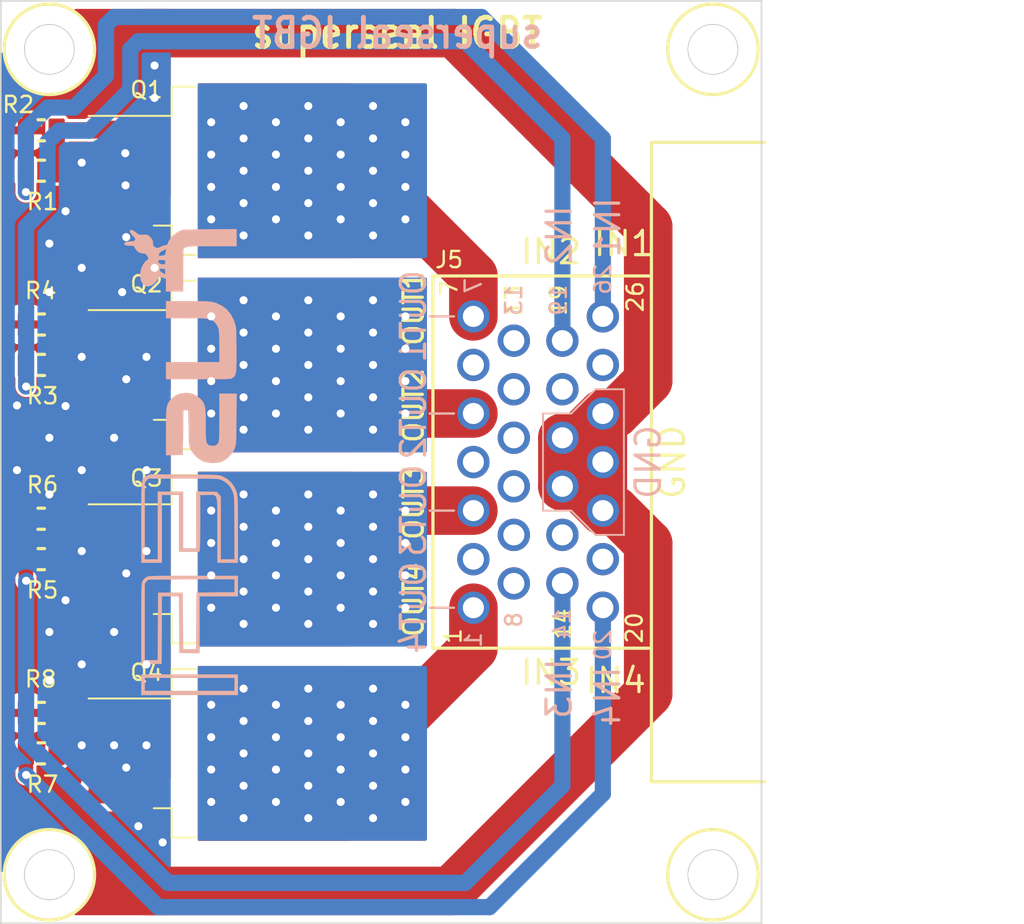
<source format=kicad_pcb>
(kicad_pcb (version 20240108) (generator "pcbnew") (generator_version "8.0")
  (title_block (title "DDPAK breakout") (rev "R0.2") (company "rusEFI"))
  (layers (0 "F.Cu" signal) (31 "B.Cu" signal) (34 "B.Paste" user) (35 "F.Paste" user) (36 "B.SilkS" user "B.Silkscreen") (37 "F.SilkS" user "F.Silkscreen") (38 "B.Mask" user) (39 "F.Mask" user) (44 "Edge.Cuts" user))
  (net 0 "")
  (net 1 "/IN1")
  (net 2 "/IN2")
  (net 3 "/IN3")
  (net 4 "/IN4")
  (net 5 "/OUT1")
  (net 6 "/OUT2")
  (net 7 "/OUT3")
  (net 8 "/OUT4")
  (net 9 "/CH1")
  (net 10 "GND")
  (net 11 "/CH2")
  (net 12 "/CH3")
  (net 13 "/CH4")
  (footprint "hellen-one-common:R0805" (layer "F.Cu") (at 195.5 105)
    (property "Reference" "R2" (at -2.5 -1 0) (layer "F.SilkS") (effects (justify left bottom)))
    (property "Value" "100k" (hide yes))
    (pad "1" smd roundrect (at -0.950001 0) (size 1.000001 1.45) (layers "F.Cu" "F.Paste" "F.Mask") (roundrect_rratio 0.0999999) (net 10 "GND"))
    (pad "2" smd roundrect (at 0.950021 0) (size 1.000001 1.45) (layers "F.Cu" "F.Paste" "F.Mask") (roundrect_rratio 0.0999999) (net 9 "/CH1"))
  )
  (footprint "Package_TO_SOT_SMD:TO-263-2" (layer "F.Cu") (at 206.5 107.5)
    (property "Reference" "Q1" (at -4.5 -5 0) (layer "F.SilkS"))
    (property "Value" "ISL9V3040D3S")
    (pad "1" smd rect (at -5.775 -2.54) (size 4.6 1.1) (layers "F.Cu" "F.Paste" "F.Mask") (net 9 "/CH1"))
    (pad "2" smd rect (at 3.375 0) (size 9.4 10.8) (layers "F.Cu" "F.Mask") (net 5 "/OUT1"))
    (pad "3" smd rect (at -5.775 2.54) (size 4.6 1.1) (layers "F.Cu" "F.Paste" "F.Mask") (net 10 "GND"))
  )
  (footprint "hellen-one-common:R0805" (layer "F.Cu") (at 195.5 107.5 180)
    (property "Reference" "R1" (at 1 -2.5 0) (layer "F.SilkS") (effects (justify left bottom)))
    (property "Value" "1k" (hide yes))
    (pad "1" smd roundrect (at -0.950001 0 180) (size 1.000001 1.45) (layers "F.Cu" "F.Paste" "F.Mask") (roundrect_rratio 0.0999999) (net 9 "/CH1"))
    (pad "2" smd roundrect (at 0.950021 0 180) (size 1.000001 1.45) (layers "F.Cu" "F.Paste" "F.Mask") (roundrect_rratio 0.0999999) (net 1 "/IN1"))
  )
  (footprint "Connectors:6473423-1" (layer "F.Cu") (at 236.7 125.5 90)
    (property "Reference" "J5" (at 12.5 -16 0) (layer "F.SilkS"))
    (property "Value" "6473423-1")
    (fp_text user "14" (at -10 -9 90) (layer "B.SilkS") (effects (justify mirror)))
    (fp_text user "20" (at -11.300001 -6.5 90) (layer "B.SilkS") (effects (justify mirror)))
    (fp_text user "8" (at -9.75 -11.999999 90) (layer "B.SilkS") (effects (justify mirror)))
    (fp_text user "1" (at -11 -14.5 90) (layer "B.SilkS") (effects (justify mirror)))
    (fp_text user "19" (at 10 -9.25 90) (layer "B.SilkS") (effects (justify mirror)))
    (fp_text user "26" (at 11.300001 -6.5 90) (layer "B.SilkS") (effects (justify mirror)))
    (fp_text user "7" (at 10.9 -14.5 90) (layer "B.SilkS") (effects (justify mirror)))
    (fp_text user "13" (at 10 -12 90) (layer "B.SilkS") (effects (justify mirror)))
    (fp_text user "14" (at -10 -9 90) (layer "F.SilkS"))
    (fp_text user "1" (at -10.75 -15.75 90) (layer "F.SilkS"))
    (fp_text user "20" (at -10.25 -4.553234 90) (layer "F.SilkS"))
    (fp_text user "26" (at 10.213754 -4.5 90) (layer "F.SilkS"))
    (fp_text user "19" (at 10 -9.25 90) (layer "F.SilkS"))
    (fp_text user "8" (at -9.75 -11.999999 90) (layer "F.SilkS"))
    (fp_text user "7" (at 10.749999 -16 90) (layer "F.SilkS"))
    (fp_text user "13" (at 10 -12 90) (layer "F.SilkS"))
    (pad "" np_thru_hole circle (at -16.25 0 90) (size 3.3 3.3) (drill 3.3) (layers "F&B.Cu" "*.Mask"))
    (pad "" np_thru_hole circle (at 16.25 0 90) (size 3.3 3.3) (drill 3.3) (layers "F&B.Cu" "*.Mask"))
    (pad "1" thru_hole circle (at -9 -14.5) (size 2 2) (drill 1.3) (layers "*.Cu" "*.Mask") (net 8 "/OUT4"))
    (pad "2" thru_hole circle (at -6 -14.5 90) (size 2 2) (drill 1.3) (layers "*.Cu" "*.Mask"))
    (pad "3" thru_hole circle (at -3 -14.5 90) (size 2 2) (drill 1.3) (layers "*.Cu" "*.Mask") (net 7 "/OUT3"))
    (pad "4" thru_hole circle (at 0 -14.5 90) (size 2 2) (drill 1.3) (layers "*.Cu" "*.Mask"))
    (pad "5" thru_hole circle (at 3 -14.5) (size 2 2) (drill 1.3) (layers "*.Cu" "*.Mask") (net 6 "/OUT2"))
    (pad "6" thru_hole circle (at 6 -14.5 90) (size 2 2) (drill 1.3) (layers "*.Cu" "*.Mask"))
    (pad "7" thru_hole circle (at 9 -14.5 90) (size 2 2) (drill 1.3) (layers "*.Cu" "*.Mask") (net 5 "/OUT1"))
    (pad "8" thru_hole circle (at -7.499999 -12) (size 2 2) (drill 1.3) (layers "*.Cu" "*.Mask"))
    (pad "9" thru_hole circle (at -4.5 -12 90) (size 2 2) (drill 1.3) (layers "*.Cu" "*.Mask"))
    (pad "10" thru_hole circle (at -1.5 -12 90) (size 2 2) (drill 1.3) (layers "*.Cu" "*.Mask"))
    (pad "11" thru_hole circle (at 1.5 -12 90) (size 2 2) (drill 1.3) (layers "*.Cu" "*.Mask"))
    (pad "12" thru_hole circle (at 4.5 -12) (size 2 2) (drill 1.3) (layers "*.Cu" "*.Mask"))
    (pad "13" thru_hole circle (at 7.499999 -12 90) (size 2 2) (drill 1.3) (layers "*.Cu" "*.Mask"))
    (pad "14" thru_hole circle (at -7.5 -9) (size 2 2) (drill 1.3) (layers "*.Cu" "*.Mask") (net 3 "/IN3"))
    (pad "15" thru_hole circle (at -4.5 -9.000001 90) (size 2 2) (drill 1.3) (layers "*.Cu" "*.Mask"))
    (pad "16" thru_hole circle (at -1.5 -9 90) (size 2 2) (drill 1.3) (layers "*.Cu" "*.Mask") (net 10 "GND"))
    (pad "17" thru_hole circle (at 1.5 -9 90) (size 2 2) (drill 1.3) (layers "*.Cu" "*.Mask") (net 10 "GND"))
    (pad "18" thru_hole circle (at 4.5 -9.000001) (size 2 2) (drill 1.3) (layers "*.Cu" "*.Mask"))
    (pad "19" thru_hole circle (at 7.5 -9 90) (size 2 2) (drill 1.3) (layers "*.Cu" "*.Mask") (net 2 "/IN2"))
    (pad "20" thru_hole circle (at -9 -6.5) (size 2 2) (drill 1.3) (layers "*.Cu" "*.Mask") (net 4 "/IN4"))
    (pad "21" thru_hole circle (at -6 -6.5 90) (size 2 2) (drill 1.3) (layers "*.Cu" "*.Mask"))
    (pad "22" thru_hole circle (at -3 -6.5 90) (size 2 2) (drill 1.3) (layers "*.Cu" "*.Mask") (net 10 "GND"))
    (pad "23" thru_hole circle (at 0 -6.5 90) (size 2 2) (drill 1.3) (layers "*.Cu" "*.Mask") (net 10 "GND"))
    (pad "24" thru_hole circle (at 3 -6.5) (size 2 2) (drill 1.3) (layers "*.Cu" "*.Mask") (net 10 "GND"))
    (pad "25" thru_hole circle (at 6 -6.5 90) (size 2 2) (drill 1.3) (layers "*.Cu" "*.Mask"))
    (pad "26" thru_hole circle (at 9 -6.5 90) (size 2 2) (drill 1.3) (layers "*.Cu" "*.Mask") (net 1 "/IN1"))
  )
  (footprint "MountingHole:MountingHole_5mm" (layer "F.Cu") (at 196 100)
    (property "Reference" "J1" (hide yes))
    (property "Value" "Conn_01x01" (hide yes))
    (pad "" np_thru_hole circle (at 0 0) (size 3 3) (drill 3) (layers "F&B.Cu" "*.Mask"))
  )
  (footprint "Package_TO_SOT_SMD:TO-263-2" (layer "F.Cu") (at 206.5 143.5)
    (property "Reference" "Q4" (at -4.5 -5 0) (layer "F.SilkS"))
    (property "Value" "ISL9V3040D3S")
    (pad "1" smd rect (at -5.775 -2.54) (size 4.6 1.1) (layers "F.Cu" "F.Paste" "F.Mask") (net 13 "/CH4"))
    (pad "2" smd rect (at 3.375 0) (size 9.4 10.8) (layers "F.Cu" "F.Mask") (net 8 "/OUT4"))
    (pad "3" smd rect (at -5.775 2.54) (size 4.6 1.1) (layers "F.Cu" "F.Paste" "F.Mask") (net 10 "GND"))
  )
  (footprint "hellen-one-common:R0805" (layer "F.Cu") (at 195.5 117)
    (property "Reference" "R4" (at -1.113674 -1.5 0) (layer "F.SilkS") (effects (justify left bottom)))
    (property "Value" "100k" (hide yes))
    (pad "1" smd roundrect (at -0.950001 0) (size 1.000001 1.45) (layers "F.Cu" "F.Paste" "F.Mask") (roundrect_rratio 0.0999999) (net 10 "GND"))
    (pad "2" smd roundrect (at 0.950021 0) (size 1.000001 1.45) (layers "F.Cu" "F.Paste" "F.Mask") (roundrect_rratio 0.0999999) (net 11 "/CH2"))
  )
  (footprint "hellen-one-common:R0805" (layer "F.Cu") (at 195.5 131.5 180)
    (property "Reference" "R5" (at 1 -2.5 0) (layer "F.SilkS") (effects (justify left bottom)))
    (property "Value" "1k" (hide yes))
    (pad "1" smd roundrect (at -0.950001 0 180) (size 1.000001 1.45) (layers "F.Cu" "F.Paste" "F.Mask") (roundrect_rratio 0.0999999) (net 12 "/CH3"))
    (pad "2" smd roundrect (at 0.950021 0 180) (size 1.000001 1.45) (layers "F.Cu" "F.Paste" "F.Mask") (roundrect_rratio 0.0999999) (net 3 "/IN3"))
  )
  (footprint "hellen-one-common:R0805" (layer "F.Cu") (at 195.5 143.5 180)
    (property "Reference" "R7" (at 1 -2.5 0) (layer "F.SilkS") (effects (justify left bottom)))
    (property "Value" "1k" (hide yes))
    (pad "1" smd roundrect (at -0.950001 0 180) (size 1.000001 1.45) (layers "F.Cu" "F.Paste" "F.Mask") (roundrect_rratio 0.0999999) (net 13 "/CH4"))
    (pad "2" smd roundrect (at 0.950021 0 180) (size 1.000001 1.45) (layers "F.Cu" "F.Paste" "F.Mask") (roundrect_rratio 0.0999999) (net 4 "/IN4"))
  )
  (footprint "hellen-one-common:R0805" (layer "F.Cu") (at 195.5 141)
    (property "Reference" "R8" (at -1.113674 -1.5 0) (layer "F.SilkS") (effects (justify left bottom)))
    (property "Value" "100k" (hide yes))
    (pad "1" smd roundrect (at -0.950001 0) (size 1.000001 1.45) (layers "F.Cu" "F.Paste" "F.Mask") (roundrect_rratio 0.0999999) (net 10 "GND"))
    (pad "2" smd roundrect (at 0.950021 0) (size 1.000001 1.45) (layers "F.Cu" "F.Paste" "F.Mask") (roundrect_rratio 0.0999999) (net 13 "/CH4"))
  )
  (footprint "MountingHole:MountingHole_5mm" (layer "F.Cu") (at 196 151)
    (property "Reference" "J2" (hide yes))
    (property "Value" "Conn_01x01" (hide yes))
    (pad "" np_thru_hole circle (at 0 0) (size 3 3) (drill 3) (layers "F&B.Cu" "*.Mask"))
  )
  (footprint "MountingHole:MountingHole_5mm" (layer "F.Cu") (at 237 151)
    (property "Reference" "J4" (hide yes))
    (property "Value" "Conn_01x01" (hide yes))
    (pad "" np_thru_hole circle (at 0 0) (size 3 3) (drill 3) (layers "F&B.Cu" "*.Mask"))
  )
  (footprint "Package_TO_SOT_SMD:TO-263-2" (layer "F.Cu") (at 206.5 131.5)
    (property "Reference" "Q3" (at -4.5 -5 0) (layer "F.SilkS"))
    (property "Value" "ISL9V3040D3S")
    (pad "1" smd rect (at -5.775 -2.54) (size 4.6 1.1) (layers "F.Cu" "F.Paste" "F.Mask") (net 12 "/CH3"))
    (pad "2" smd rect (at 3.375 0) (size 9.4 10.8) (layers "F.Cu" "F.Mask") (net 7 "/OUT3"))
    (pad "3" smd rect (at -5.775 2.54) (size 4.6 1.1) (layers "F.Cu" "F.Paste" "F.Mask") (net 10 "GND"))
  )
  (footprint "hellen-one-common:R0805" (layer "F.Cu") (at 195.5 129)
    (property "Reference" "R6" (at -1 -1.5 0) (layer "F.SilkS") (effects (justify left bottom)))
    (property "Value" "100k" (hide yes))
    (pad "1" smd roundrect (at -0.950001 0) (size 1.000001 1.45) (layers "F.Cu" "F.Paste" "F.Mask") (roundrect_rratio 0.0999999) (net 10 "GND"))
    (pad "2" smd roundrect (at 0.950021 0) (size 1.000001 1.45) (layers "F.Cu" "F.Paste" "F.Mask") (roundrect_rratio 0.0999999) (net 12 "/CH3"))
  )
  (footprint "hellen-one-common:R0805" (layer "F.Cu") (at 195.5 119.5 180)
    (property "Reference" "R3" (at 1 -2.5 0) (layer "F.SilkS") (effects (justify left bottom)))
    (property "Value" "1k" (hide yes))
    (pad "1" smd roundrect (at -0.950001 0 180) (size 1.000001 1.45) (layers "F.Cu" "F.Paste" "F.Mask") (roundrect_rratio 0.0999999) (net 11 "/CH2"))
    (pad "2" smd roundrect (at 0.950021 0 180) (size 1.000001 1.45) (layers "F.Cu" "F.Paste" "F.Mask") (roundrect_rratio 0.0999999) (net 2 "/IN2"))
  )
  (footprint "MountingHole:MountingHole_5mm" (layer "F.Cu") (at 237 100)
    (property "Reference" "J3" (hide yes))
    (property "Value" "Conn_01x01" (hide yes))
    (pad "" np_thru_hole circle (at 0 0) (size 3 3) (drill 3) (layers "F&B.Cu" "*.Mask"))
  )
  (footprint "Package_TO_SOT_SMD:TO-263-2" (layer "F.Cu") (at 206.5 119.5)
    (property "Reference" "Q2" (at -4.5 -5 0) (layer "F.SilkS"))
    (property "Value" "ISL9V3040D3S")
    (pad "1" smd rect (at -5.775 -2.54) (size 4.6 1.1) (layers "F.Cu" "F.Paste" "F.Mask") (net 11 "/CH2"))
    (pad "2" smd rect (at 3.375 0) (size 9.4 10.8) (layers "F.Cu" "F.Mask") (net 6 "/OUT2"))
    (pad "3" smd rect (at -5.775 2.54) (size 4.6 1.1) (layers "F.Cu" "F.Paste" "F.Mask") (net 10 "GND"))
  )
  (footprint "rusefi_lib:mre_logo" (layer "B.Cu") (at 208.117278 119.913844 -90)
    (property "Reference" "G***" (hide yes))
    (property "Value" "LOGO" (hide yes))
  )
  (gr_line (start 221 122.5) (end 219.5 122.5) (stroke (width 0.15)) (layer "B.SilkS"))
  (gr_line (start 221 134.5) (end 219.5 134.5) (stroke (width 0.15)) (layer "B.SilkS"))
  (gr_line (start 226.5 128.5) (end 228.25 128.5) (stroke (width 0.12)) (layer "B.SilkS"))
  (gr_line (start 226.5 122.5) (end 226.5 128.5) (stroke (width 0.12)) (layer "B.SilkS"))
  (gr_line (start 229.75 130) (end 231.5 130) (stroke (width 0.12)) (layer "B.SilkS"))
  (gr_line (start 229.75 121) (end 228.25 122.5) (stroke (width 0.12)) (layer "B.SilkS"))
  (gr_line (start 231.5 121) (end 229.75 121) (stroke (width 0.12)) (layer "B.SilkS"))
  (gr_line (start 221 116.5) (end 219.5 116.5) (stroke (width 0.15)) (layer "B.SilkS"))
  (gr_line (start 228.25 128.5) (end 229.75 130) (stroke (width 0.12)) (layer "B.SilkS"))
  (gr_line (start 221 128.5) (end 219.5 128.5) (stroke (width 0.15)) (layer "B.SilkS"))
  (gr_line (start 231.5 130) (end 231.5 121) (stroke (width 0.12)) (layer "B.SilkS"))
  (gr_line (start 228.25 122.5) (end 226.5 122.5) (stroke (width 0.12)) (layer "B.SilkS"))
  (gr_circle (center 196 151) (end 198.794 151) (stroke (width 0.2)) (fill none) (layer "F.SilkS"))
  (gr_circle (center 196 100) (end 198.794 100) (stroke (width 0.2)) (fill none) (layer "F.SilkS"))
  (gr_circle (center 237 151) (end 239.794 151) (stroke (width 0.2)) (fill none) (layer "F.SilkS"))
  (gr_circle (center 237 100) (end 239.794 100) (stroke (width 0.2)) (fill none) (layer "F.SilkS"))
  (gr_line (start 193 97) (end 193 154) (stroke (width 0.1)) (layer "Edge.Cuts"))
  (gr_line (start 193 154) (end 240 154) (stroke (width 0.1)) (layer "Edge.Cuts"))
  (gr_circle (center 237 151) (end 238.524 151) (stroke (width 0.1)) (fill none) (layer "Edge.Cuts"))
  (gr_circle (center 196 151) (end 197.524 151) (stroke (width 0.1)) (fill none) (layer "Edge.Cuts"))
  (gr_circle (center 237 100) (end 238.524 100) (stroke (width 0.1)) (fill none) (layer "Edge.Cuts"))
  (gr_line (start 193 97) (end 240 97) (stroke (width 0.1)) (layer "Edge.Cuts"))
  (gr_line (start 240 97) (end 240 154) (stroke (width 0.1)) (layer "Edge.Cuts"))
  (gr_circle (center 196 100) (end 197.524 100) (stroke (width 0.1)) (fill none) (layer "Edge.Cuts"))
  (gr_text "IN1" (at 230.5 111 90) (layer "B.SilkS") (effects (font (size 1.5 1.5) (thickness 0.2)) (justify mirror)))
  (gr_text "IN3" (at 227.5 139.5 90) (layer "B.SilkS") (effects (font (size 1.5 1.5) (thickness 0.2)) (justify mirror)))
  (gr_text "OUT2" (at 218.5 122.499999 90) (layer "B.SilkS") (effects (font (size 1.5 1.5) (thickness 0.2)) (justify mirror)))
  (gr_text "IN2" (at 227.5 111.5 90) (layer "B.SilkS") (effects (font (size 1.5 1.5) (thickness 0.2)) (justify mirror)))
  (gr_text "OUT1" (at 218.5 116.5 90) (layer "B.SilkS") (effects (font (size 1.5 1.5) (thickness 0.2)) (justify mirror)))
  (gr_text "OUT4" (at 218.5 134.5 90) (layer "B.SilkS") (effects (font (size 1.5 1.5) (thickness 0.2)) (justify mirror)))
  (gr_text "OUT3" (at 218.5 128.499999 90) (layer "B.SilkS") (effects (font (size 1.5 1.5) (thickness 0.2)) (justify mirror)))
  (gr_text "superseal IGBT" (at 217.5 99 0) (layer "B.SilkS") (effects (font (size 1.8 1.6) (thickness 0.3)) (justify mirror)))
  (gr_text "GND" (at 233 125.5 90) (layer "B.SilkS") (effects (font (size 1.5 1.5) (thickness 0.2)) (justify mirror)))
  (gr_text "IN4" (at 230.5 140 90) (layer "B.SilkS") (effects (font (size 1.5 1.5) (thickness 0.2)) (justify mirror)))
  (gr_text "IN3" (at 227 138.5 0) (layer "F.SilkS") (effects (font (size 1.5 1.5) (thickness 0.2))))
  (gr_text "IN1" (at 231.5 112 0) (layer "F.SilkS") (effects (font (size 1.5 1.5) (thickness 0.2))))
  (gr_text "OUT4" (at 218.5 134.000001 90) (layer "F.SilkS") (effects (font (size 1.2 1.2) (thickness 0.2))))
  (gr_text "OUT3" (at 218.5 128 90) (layer "F.SilkS") (effects (font (size 1.2 1.2) (thickness 0.2))))
  (gr_text "superseal IGBT" (at 217.5 99 0) (layer "F.SilkS") (effects (font (size 1.8 1.6) (thickness 0.3))))
  (gr_text "GND" (at 234.5 125.5 90) (layer "F.SilkS") (effects (font (size 1.5 1.5) (thickness 0.2))))
  (gr_text "IN2" (at 227 112.5 0) (layer "F.SilkS") (effects (font (size 1.5 1.5) (thickness 0.2))))
  (gr_text "IN4" (at 231 139 0) (layer "F.SilkS") (effects (font (size 1.5 1.5) (thickness 0.2))))
  (gr_text "OUT2" (at 218.5 122 90) (layer "F.SilkS") (effects (font (size 1.2 1.2) (thickness 0.2))))
  (gr_text "OUT1" (at 218.5 116.000001 90) (layer "F.SilkS") (effects (font (size 1.2 1.2) (thickness 0.2))))
  (segment (start 194.549979 108.819309) (end 194.549979 108.819339) (width 0.5) (layer "F.Cu") (net 1))
  (segment (start 194.549979 107.5) (end 194.549979 108.819309) (width 0.9) (layer "F.Cu") (net 1))
  (via (at 194.549979 108.819339) (size 0.9) (drill 0.5) (layers "F.Cu" "B.Cu") (net 1))
  (segment (start 199.5 98.5) (end 199.5 101.624849) (width 1) (layer "B.Cu") (net 1))
  (segment (start 195.903049 103.596951) (end 194.549979 104.950021) (width 1) (layer "B.Cu") (net 1))
  (segment (start 199.5 101.624849) (end 197.527898 103.596951) (width 1) (layer "B.Cu") (net 1))
  (segment (start 230.2 116.5) (end 230.2 105.5) (width 1) (layer "B.Cu") (net 1))
  (segment (start 197.527898 103.596951) (end 195.903049 103.596951) (width 1) (layer "B.Cu") (net 1))
  (segment (start 194.549979 104.950021) (end 194.549979 108.819339) (width 1) (layer "B.Cu") (net 1))
  (segment (start 230.2 105.5) (end 222.7 98) (width 1) (layer "B.Cu") (net 1))
  (segment (start 200 98) (end 199.5 98.5) (width 1) (layer "B.Cu") (net 1))
  (segment (start 222.7 98) (end 200 98) (width 1) (layer "B.Cu") (net 1))
  (segment (start 194.549979 119.5) (end 194.549979 120.819309) (width 0.9) (layer "F.Cu") (net 2))
  (via (at 194.565265 120.834595) (size 0.9) (drill 0.5) (layers "F.Cu" "B.Cu") (net 2))
  (segment (start 201.5 99.5) (end 221.7 99.5) (width 1) (layer "B.Cu") (net 2))
  (segment (start 221.7 99.5) (end 227.7 105.5) (width 1) (layer "B.Cu") (net 2))
  (segment (start 227.7 105.5) (end 227.7 118) (width 1) (layer "B.Cu") (net 2))
  (segment (start 194.565265 120.834595) (end 194.565265 110.934735) (width 1) (layer "B.Cu") (net 2))
  (segment (start 201 100) (end 201.5 99.5) (width 1) (layer "B.Cu") (net 2))
  (segment (start 201 102.5) (end 201 100) (width 1) (layer "B.Cu") (net 2))
  (segment (start 196.59411 105.027551) (end 198.472449 105.027551) (width 1) (layer "B.Cu") (net 2))
  (segment (start 198.472449 105.027551) (end 201 102.5) (width 1) (layer "B.Cu") (net 2))
  (segment (start 195.881177 109.618823) (end 195.881177 105.740484) (width 1) (layer "B.Cu") (net 2))
  (segment (start 195.881177 105.740484) (end 196.59411 105.027551) (width 1) (layer "B.Cu") (net 2))
  (segment (start 194.565265 110.934735) (end 195.881177 109.618823) (width 1) (layer "B.Cu") (net 2))
  (segment (start 194.549979 131.5) (end 194.549979 132.819309) (width 0.9) (layer "F.Cu") (net 3))
  (via (at 194.565265 132.834595) (size 0.9) (drill 0.5) (layers "F.Cu" "B.Cu") (net 3))
  (segment (start 194.565265 142.734455) (end 203.33081 151.5) (width 1) (layer "B.Cu") (net 3))
  (segment (start 221.7 151.5) (end 227.7 145.5) (width 1) (layer "B.Cu") (net 3))
  (segment (start 203.33081 151.5) (end 221.7 151.5) (width 1) (layer "B.Cu") (net 3))
  (segment (start 194.565265 132.834595) (end 194.565265 142.734455) (width 1) (layer "B.Cu") (net 3))
  (segment (start 227.7 145.5) (end 227.7 133) (width 1) (layer "B.Cu") (net 3))
  (segment (start 194.549979 143.5) (end 194.549979 144.819309) (width 0.9) (layer "F.Cu") (net 4))
  (via (at 194.565265 144.834595) (size 0.9) (drill 0.5) (layers "F.Cu" "B.Cu") (net 4))
  (segment (start 194.549979 144.849851) (end 194.580521 144.849851) (width 1) (layer "B.Cu") (net 4))
  (segment (start 202.73067 153) (end 223.2 153) (width 1) (layer "B.Cu") (net 4))
  (segment (start 230.2 146) (end 230.2 134.5) (width 1) (layer "B.Cu") (net 4))
  (segment (start 223.2 153) (end 230.2 146) (width 1) (layer "B.Cu") (net 4))
  (segment (start 194.580521 144.849851) (end 202.73067 153) (width 1) (layer "B.Cu") (net 4))
  (segment (start 222.2 114) (end 215.7 107.5) (width 3) (layer "F.Cu") (net 5))
  (segment (start 222.2 116.5) (end 222.2 114) (width 3) (layer "F.Cu") (net 5))
  (via (at 218 106.5) (size 0.9) (drill 0.5) (layers "F.Cu" "B.Cu") (net 5))
  (via (at 210 108.5) (size 0.9) (drill 0.5) (layers "F.Cu" "B.Cu") (net 5))
  (via (at 216 111.5) (size 0.9) (drill 0.5) (layers "F.Cu" "B.Cu") (net 5))
  (via (at 212 109.5) (size 0.9) (drill 0.5) (layers "F.Cu" "B.Cu") (net 5))
  (via (at 214 104.5) (size 0.9) (drill 0.5) (layers "F.Cu" "B.Cu") (net 5))
  (via (at 206 110.5) (size 0.9) (drill 0.5) (layers "F.Cu" "B.Cu") (net 5))
  (via (at 208 103.5) (size 0.9) (drill 0.5) (layers "F.Cu" "B.Cu") (net 5))
  (via (at 210 106.5) (size 0.9) (drill 0.5) (layers "F.Cu" "B.Cu") (net 5))
  (via (at 212 107.5) (size 0.9) (drill 0.5) (layers "F.Cu" "B.Cu") (net 5))
  (via (at 218 104.5) (size 0.9) (drill 0.5) (layers "F.Cu" "B.Cu") (net 5))
  (via (at 216 103.5) (size 0.9) (drill 0.5) (layers "F.Cu" "B.Cu") (net 5))
  (via (at 206 104.5) (size 0.9) (drill 0.5) (layers "F.Cu" "B.Cu") (net 5))
  (via (at 214 108.5) (size 0.9) (drill 0.5) (layers "F.Cu" "B.Cu") (net 5))
  (via (at 216 109.5) (size 0.9) (drill 0.5) (layers "F.Cu" "B.Cu") (net 5))
  (via (at 210 104.5) (size 0.9) (drill 0.5) (layers "F.Cu" "B.Cu") (net 5))
  (via (at 214 110.5) (size 0.9) (drill 0.5) (layers "F.Cu" "B.Cu") (net 5))
  (via (at 216 105.5) (size 0.9) (drill 0.5) (layers "F.Cu" "B.Cu") (net 5))
  (via (at 218 108.5) (size 0.9) (drill 0.5) (layers "F.Cu" "B.Cu") (net 5))
  (via (at 206 108.5) (size 0.9) (drill 0.5) (layers "F.Cu" "B.Cu") (net 5))
  (via (at 216 107.5) (size 0.9) (drill 0.5) (layers "F.Cu" "B.Cu") (net 5))
  (via (at 208 107.5) (size 0.9) (drill 0.5) (layers "F.Cu" "B.Cu") (net 5))
  (via (at 208 111.5) (size 0.9) (drill 0.5) (layers "F.Cu" "B.Cu") (net 5))
  (via (at 212 103.5) (size 0.9) (drill 0.5) (layers "F.Cu" "B.Cu") (net 5))
  (via (at 208 105.5) (size 0.9) (drill 0.5) (layers "F.Cu" "B.Cu") (net 5))
  (via (at 214 106.5) (size 0.9) (drill 0.5) (layers "F.Cu" "B.Cu") (net 5))
  (via (at 212 111.5) (size 0.9) (drill 0.5) (layers "F.Cu" "B.Cu") (net 5))
  (via (at 210 110.5) (size 0.9) (drill 0.5) (layers "F.Cu" "B.Cu") (net 5))
  (via (at 206 106.5) (size 0.9) (drill 0.5) (layers "F.Cu" "B.Cu") (net 5))
  (via (at 218 110.5) (size 0.9) (drill 0.5) (layers "F.Cu" "B.Cu") (net 5))
  (via (at 208 109.5) (size 0.9) (drill 0.5) (layers "F.Cu" "B.Cu") (net 5))
  (via (at 212 105.5) (size 0.9) (drill 0.5) (layers "F.Cu" "B.Cu") (net 5))
  (segment (start 222.2 122.5) (end 217.7 122.5) (width 3) (layer "F.Cu") (net 6))
  (via (at 206 118.5) (size 0.9) (drill 0.5) (layers "F.Cu" "B.Cu") (net 6))
  (via (at 206 116.5) (size 0.9) (drill 0.5) (layers "F.Cu" "B.Cu") (net 6))
  (via (at 214 120.5) (size 0.9) (drill 0.5) (layers "F.Cu" "B.Cu") (net 6))
  (via (at 216 115.5) (size 0.9) (drill 0.5) (layers "F.Cu" "B.Cu") (net 6))
  (via (at 216 123.5) (size 0.9) (drill 0.5) (layers "F.Cu" "B.Cu") (net 6))
  (via (at 208 115.5) (size 0.9) (drill 0.5) (layers "F.Cu" "B.Cu") (net 6))
  (via (at 214 118.5) (size 0.9) (drill 0.5) (layers "F.Cu" "B.Cu") (net 6))
  (via (at 212 117.5) (size 0.9) (drill 0.5) (layers "F.Cu" "B.Cu") (net 6))
  (via (at 218 122.5) (size 0.9) (drill 0.5) (layers "F.Cu" "B.Cu") (net 6))
  (via (at 208 123.5) (size 0.9) (drill 0.5) (layers "F.Cu" "B.Cu") (net 6))
  (via (at 214 122.5) (size 0.9) (drill 0.5) (layers "F.Cu" "B.Cu") (net 6))
  (via (at 212 121.5) (size 0.9) (drill 0.5) (layers "F.Cu" "B.Cu") (net 6))
  (via (at 216 117.5) (size 0.9) (drill 0.5) (layers "F.Cu" "B.Cu") (net 6))
  (via (at 216 121.5) (size 0.9) (drill 0.5) (layers "F.Cu" "B.Cu") (net 6))
  (via (at 210 118.5) (size 0.9) (drill 0.5) (layers "F.Cu" "B.Cu") (net 6))
  (via (at 206 122.5) (size 0.9) (drill 0.5) (layers "F.Cu" "B.Cu") (net 6))
  (via (at 210 116.5) (size 0.9) (drill 0.5) (layers "F.Cu" "B.Cu") (net 6))
  (via (at 210 120.5) (size 0.9) (drill 0.5) (layers "F.Cu" "B.Cu") (net 6))
  (via (at 208 121.5) (size 0.9) (drill 0.5) (layers "F.Cu" "B.Cu") (net 6))
  (via (at 218 116.5) (size 0.9) (drill 0.5) (layers "F.Cu" "B.Cu") (net 6))
  (via (at 218 120.5) (size 0.9) (drill 0.5) (layers "F.Cu" "B.Cu") (net 6))
  (via (at 212 123.5) (size 0.9) (drill 0.5) (layers "F.Cu" "B.Cu") (net 6))
  (via (at 208 119.5) (size 0.9) (drill 0.5) (layers "F.Cu" "B.Cu") (net 6))
  (via (at 212 115.5) (size 0.9) (drill 0.5) (layers "F.Cu" "B.Cu") (net 6))
  (via (at 218 118.5) (size 0.9) (drill 0.5) (layers "F.Cu" "B.Cu") (net 6))
  (via (at 214 116.5) (size 0.9) (drill 0.5) (layers "F.Cu" "B.Cu") (net 6))
  (via (at 210 122.5) (size 0.9) (drill 0.5) (layers "F.Cu" "B.Cu") (net 6))
  (via (at 206 120.5) (size 0.9) (drill 0.5) (layers "F.Cu" "B.Cu") (net 6))
  (via (at 208 117.5) (size 0.9) (drill 0.5) (layers "F.Cu" "B.Cu") (net 6))
  (via (at 216 119.5) (size 0.9) (drill 0.5) (layers "F.Cu" "B.Cu") (net 6))
  (via (at 212 119.5) (size 0.9) (drill 0.5) (layers "F.Cu" "B.Cu") (net 6))
  (segment (start 222.2 128.5) (end 217.7 128.5) (width 3) (layer "F.Cu") (net 7))
  (via (at 214 134.5) (size 0.9) (drill 0.5) (layers "F.Cu" "B.Cu") (net 7))
  (via (at 216 135.5) (size 0.9) (drill 0.5) (layers "F.Cu" "B.Cu") (net 7))
  (via (at 216 129.5) (size 0.9) (drill 0.5) (layers "F.Cu" "B.Cu") (net 7))
  (via (at 214 128.5) (size 0.9) (drill 0.5) (layers "F.Cu" "B.Cu") (net 7))
  (via (at 206 134.5) (size 0.9) (drill 0.5) (layers "F.Cu" "B.Cu") (net 7))
  (via (at 218 130.5) (size 0.9) (drill 0.5) (layers "F.Cu" "B.Cu") (net 7))
  (via (at 212 129.5) (size 0.9) (drill 0.5) (layers "F.Cu" "B.Cu") (net 7))
  (via (at 210 130.5) (size 0.9) (drill 0.5) (layers "F.Cu" "B.Cu") (net 7))
  (via (at 212 135.5) (size 0.9) (drill 0.5) (layers "F.Cu" "B.Cu") (net 7))
  (via (at 218 132.5) (size 0.9) (drill 0.5) (layers "F.Cu" "B.Cu") (net 7))
  (via (at 208 133.5) (size 0.9) (drill 0.5) (layers "F.Cu" "B.Cu") (net 7))
  (via (at 214 130.5) (size 0.9) (drill 0.5) (layers "F.Cu" "B.Cu") (net 7))
  (via (at 206 130.5) (size 0.9) (drill 0.5) (layers "F.Cu" "B.Cu") (net 7))
  (via (at 216 127.5) (size 0.9) (drill 0.5) (layers "F.Cu" "B.Cu") (net 7))
  (via (at 214 132.5) (size 0.9) (drill 0.5) (layers "F.Cu" "B.Cu") (net 7))
  (via (at 210 128.5) (size 0.9) (drill 0.5) (layers "F.Cu" "B.Cu") (net 7))
  (via (at 208 127.5) (size 0.9) (drill 0.5) (layers "F.Cu" "B.Cu") (net 7))
  (via (at 206 132.5) (size 0.9) (drill 0.5) (layers "F.Cu" "B.Cu") (net 7))
  (via (at 210 132.5) (size 0.9) (drill 0.5) (layers "F.Cu" "B.Cu") (net 7))
  (via (at 216 133.5) (size 0.9) (drill 0.5) (layers "F.Cu" "B.Cu") (net 7))
  (via (at 208 129.5) (size 0.9) (drill 0.5) (layers "F.Cu" "B.Cu") (net 7))
  (via (at 216 131.5) (size 0.9) (drill 0.5) (layers "F.Cu" "B.Cu") (net 7))
  (via (at 212 133.5) (size 0.9) (drill 0.5) (layers "F.Cu" "B.Cu") (net 7))
  (via (at 206 128.5) (size 0.9) (drill 0.5) (layers "F.Cu" "B.Cu") (net 7))
  (via (at 218 128.5) (size 0.9) (drill 0.5) (layers "F.Cu" "B.Cu") (net 7))
  (via (at 208 135.5) (size 0.9) (drill 0.5) (layers "F.Cu" "B.Cu") (net 7))
  (via (at 208 131.5) (size 0.9) (drill 0.5) (layers "F.Cu" "B.Cu") (net 7))
  (via (at 212 131.5) (size 0.9) (drill 0.5) (layers "F.Cu" "B.Cu") (net 7))
  (via (at 210 134.5) (size 0.9) (drill 0.5) (layers "F.Cu" "B.Cu") (net 7))
  (via (at 212 127.5) (size 0.9) (drill 0.5) (layers "F.Cu" "B.Cu") (net 7))
  (via (at 218 134.5) (size 0.9) (drill 0.5) (layers "F.Cu" "B.Cu") (net 7))
  (segment (start 222.2 137) (end 215.7 143.5) (width 3) (layer "F.Cu") (net 8))
  (segment (start 222.2 134.5) (end 222.2 137) (width 3) (layer "F.Cu") (net 8))
  (via (at 208 141.5) (size 0.9) (drill 0.5) (layers "F.Cu" "B.Cu") (net 8))
  (via (at 212 147.5) (size 0.9) (drill 0.5) (layers "F.Cu" "B.Cu") (net 8))
  (via (at 210 140.5) (size 0.9) (drill 0.5) (layers "F.Cu" "B.Cu") (net 8))
  (via (at 210 146.5) (size 0.9) (drill 0.5) (layers "F.Cu" "B.Cu") (net 8))
  (via (at 208 145.5) (size 0.9) (drill 0.5) (layers "F.Cu" "B.Cu") (net 8))
  (via (at 208 147.5) (size 0.9) (drill 0.5) (layers "F.Cu" "B.Cu") (net 8))
  (via (at 216 141.5) (size 0.9) (drill 0.5) (layers "F.Cu" "B.Cu") (net 8))
  (via (at 212 143.5) (size 0.9) (drill 0.5) (layers "F.Cu" "B.Cu") (net 8))
  (via (at 212 141.5) (size 0.9) (drill 0.5) (layers "F.Cu" "B.Cu") (net 8))
  (via (at 214 146.5) (size 0.9) (drill 0.5) (layers "F.Cu" "B.Cu") (net 8))
  (via (at 214 142.5) (size 0.9) (drill 0.5) (layers "F.Cu" "B.Cu") (net 8))
  (via (at 212 139.5) (size 0.9) (drill 0.5) (layers "F.Cu" "B.Cu") (net 8))
  (via (at 208 143.5) (size 0.9) (drill 0.5) (layers "F.Cu" "B.Cu") (net 8))
  (via (at 214 144.5) (size 0.9) (drill 0.5) (layers "F.Cu" "B.Cu") (net 8))
  (via (at 218 144.5) (size 0.9) (drill 0.5) (layers "F.Cu" "B.Cu") (net 8))
  (via (at 216 143.5) (size 0.9) (drill 0.5) (layers "F.Cu" "B.Cu") (net 8))
  (via (at 206 144.5) (size 0.9) (drill 0.5) (layers "F.Cu" "B.Cu") (net 8))
  (via (at 216 145.5) (size 0.9) (drill 0.5) (layers "F.Cu" "B.Cu") (net 8))
  (via (at 216 139.5) (size 0.9) (drill 0.5) (layers "F.Cu" "B.Cu") (net 8))
  (via (at 206 142.5) (size 0.9) (drill 0.5) (layers "F.Cu" "B.Cu") (net 8))
  (via (at 218 146.5) (size 0.9) (drill 0.5) (layers "F.Cu" "B.Cu") (net 8))
  (via (at 214 140.5) (size 0.9) (drill 0.5) (layers "F.Cu" "B.Cu") (net 8))
  (via (at 208 139.5) (size 0.9) (drill 0.5) (layers "F.Cu" "B.Cu") (net 8))
  (via (at 210 144.5) (size 0.9) (drill 0.5) (layers "F.Cu" "B.Cu") (net 8))
  (via (at 206 140.5) (size 0.9) (drill 0.5) (layers "F.Cu" "B.Cu") (net 8))
  (via (at 210 142.5) (size 0.9) (drill 0.5) (layers "F.Cu" "B.Cu") (net 8))
  (via (at 218 140.5) (size 0.9) (drill 0.5) (layers "F.Cu" "B.Cu") (net 8))
  (via (at 212 145.5) (size 0.9) (drill 0.5) (layers "F.Cu" "B.Cu") (net 8))
  (via (at 216 147.5) (size 0.9) (drill 0.5) (layers "F.Cu" "B.Cu") (net 8))
  (via (at 206 146.5) (size 0.9) (drill 0.5) (layers "F.Cu" "B.Cu") (net 8))
  (via (at 218 142.5) (size 0.9) (drill 0.5) (layers "F.Cu" "B.Cu") (net 8))
  (segment (start 196.450021 105) (end 200.685 105) (width 1) (layer "F.Cu") (net 9))
  (segment (start 196.450001 107.5) (end 196.450001 105.00002) (width 1) (layer "F.Cu") (net 9))
  (segment (start 200.685 105) (end 200.725 104.96) (width 1) (layer "F.Cu") (net 9))
  (segment (start 196.450001 105.00002) (end 196.450021 105) (width 1) (layer "F.Cu") (net 9))
  (segment (start 220.8 152) (end 233 139.8) (width 3) (layer "F.Cu") (net 10))
  (segment (start 228.7 124) (end 230.2 122.5) (width 3) (layer "F.Cu") (net 10))
  (segment (start 227.7 127) (end 227.7 124) (width 3) (layer "F.Cu") (net 10))
  (segment (start 230.969021 128.5) (end 230.2 128.5) (width 3) (layer "F.Cu") (net 10))
  (segment (start 202 152) (end 220.8 152) (width 3) (layer "F.Cu") (net 10))
  (segment (start 233 130.530979) (end 230.969021 128.5) (width 3) (layer "F.Cu") (net 10))
  (segment (start 227.7 127) (end 228.7 127) (width 3) (layer "F.Cu") (net 10))
  (segment (start 227.7 124) (end 228.7 124) (width 3) (layer "F.Cu") (net 10))
  (segment (start 221.0349 99) (end 233 110.9651) (width 3) (layer "F.Cu") (net 10))
  (segment (start 233 120.469021) (end 230.969021 122.5) (width 3) (layer "F.Cu") (net 10))
  (segment (start 230.2 128.5) (end 230.2 122.5) (width 3) (layer "F.Cu") (net 10))
  (segment (start 233 110.9651) (end 233 120.469021) (width 3) (layer "F.Cu") (net 10))
  (segment (start 228.7 127) (end 230.2 128.5) (width 3) (layer "F.Cu") (net 10))
  (segment (start 201.8349 99) (end 221.0349 99) (width 3) (layer "F.Cu") (net 10))
  (segment (start 230.969021 122.5) (end 230.2 122.5) (width 3) (layer "F.Cu") (net 10))
  (segment (start 230.3651 128.5) (end 230.2 128.5) (width 2) (layer "F.Cu") (net 10))
  (segment (start 233 139.8) (end 233 130.530979) (width 3) (layer "F.Cu") (net 10))
  (via (at 202 138) (size 0.9) (drill 0.5) (layers "F.Cu" "B.Cu") (net 10))
  (via (at 202.5 103) (size 0.9) (drill 0.5) (layers "F.Cu" "B.Cu") (net 10))
  (via (at 196 112) (size 0.9) (drill 0.5) (layers "F.Cu" "B.Cu") (net 10))
  (via (at 202 131) (size 0.9) (drill 0.5) (layers "F.Cu" "B.Cu") (net 10))
  (via (at 197 122.04) (size 0.9) (drill 0.5) (layers "F.Cu" "B.Cu") (net 10))
  (via (at 202.5 113.5) (size 0.9) (drill 0.5) (layers "F.Cu" "B.Cu") (net 10))
  (via (at 197 110) (size 0.9) (drill 0.5) (layers "F.Cu" "B.Cu") (net 10))
  (via (at 200 136) (size 0.9) (drill 0.5) (layers "F.Cu" "B.Cu") (net 10))
  (via (at 198 143) (size 0.9) (drill 0.5) (layers "F.Cu" "B.Cu") (net 10))
  (via (at 194 122) (size 0.9) (drill 0.5) (layers "F.Cu" "B.Cu") (net 10))
  (via (at 198 126) (size 0.9) (drill 0.5) (layers "F.Cu" "B.Cu") (net 10))
  (via (at 202.5 101) (size 0.9) (drill 0.5) (layers "F.Cu" "B.Cu") (net 10))
  (via (at 200.690055 106.416528) (size 0.9) (drill 0.5) (layers "F.Cu" "B.Cu") (net 10))
  (via (at 196 139) (size 0.9) (drill 0.5) (layers "F.Cu" "B.Cu") (net 10))
  (via (at 201.5 147.999998) (size 0.9) (drill 0.5) (layers "F.Cu" "B.Cu") (net 10))
  (via (at 203 149) (size 0.9) (drill 0.5) (layers "F.Cu" "B.Cu") (net 10))
  (via (at 200.750414 132.379606) (size 0.9) (drill 0.5) (layers "F.Cu" "B.Cu") (net 10))
  (via (at 198 113.5) (size 0.9) (drill 0.5) (layers "F.Cu" "B.Cu") (net 10))
  (via (at 202 126) (size 0.9) (drill 0.5) (layers "F.Cu" "B.Cu") (net 10))
  (via (at 200.748251 111.603086) (size 0.9) (drill 0.5) (layers "F.Cu" "B.Cu") (net 10))
  (via (at 196 124) (size 0.9) (drill 0.5) (layers "F.Cu" "B.Cu") (net 10))
  (via (at 202 143) (size 0.9) (drill 0.5) (layers "F.Cu" "B.Cu") (net 10))
  (via (at 200.708012 108.404053) (size 0.9) (drill 0.5) (layers "F.Cu" "B.Cu") (net 10))
  (via (at 198 119) (size 0.9) (drill 0.5) (layers "F.Cu" "B.Cu") (net 10))
  (via (at 200.5 115) (size 0.9) (drill 0.5) (layers "F.Cu" "B.Cu") (net 10))
  (via (at 202 119) (size 0.9) (drill 0.5) (layers "F.Cu" "B.Cu") (net 10))
  (via (at 198 131) (size 0.9) (drill 0.5) (layers "F.Cu" "B.Cu") (net 10))
  (via (at 197 134.04) (size 0.9) (drill 0.5) (layers "F.Cu" "B.Cu") (net 10))
  (via (at 200.750414 120.379606) (size 0.9) (drill 0.5) (layers "F.Cu" "B.Cu") (net 10))
  (via (at 194 126) (size 0.9) (drill 0.5) (layers "F.Cu" "B.Cu") (net 10))
  (via (at 200.750414 144.379606) (size 0.9) (drill 0.5) (layers "F.Cu" "B.Cu") (net 10))
  (via (at 196 127.5) (size 0.9) (drill 0.5) (layers "F.Cu" "B.Cu") (net 10))
  (via (at 200 124) (size 0.9) (drill 0.5) (layers "F.Cu" "B.Cu") (net 10))
  (via (at 200 143) (size 0.9) (drill 0.5) (layers "F.Cu" "B.Cu") (net 10))
  (via (at 196 115) (size 0.9) (drill 0.5) (layers "F.Cu" "B.Cu") (net 10))
  (via (at 198 107) (size 0.9) (drill 0.5) (layers "F.Cu" "B.Cu") (net 10))
  (via (at 196 136) (size 0.9) (drill 0.5) (layers "F.Cu" "B.Cu") (net 10))
  (via (at 198 138) (size 0.9) (drill 0.5) (layers "F.Cu" "B.Cu") (net 10))
  (segment (start 200.685 117) (end 200.725 116.96) (width 1) (layer "F.Cu") (net 11))
  (segment (start 196.450021 117) (end 200.685 117) (width 1) (layer "F.Cu") (net 11))
  (segment (start 196.450001 119.5) (end 196.450001 117.00002) (width 1) (layer "F.Cu") (net 11))
  (segment (start 196.490021 128.96) (end 200.725 128.96) (width 1) (layer "F.Cu") (net 12))
  (segment (start 196.450001 129.00002) (end 196.490021 128.96) (width 1) (layer "F.Cu") (net 12))
  (segment (start 196.450001 131.5) (end 196.450001 129.00002) (width 1) (layer "F.Cu") (net 12))
  (segment (start 196.450001 143.5) (end 196.450001 141.00002) (width 1) (layer "F.Cu") (net 13))
  (segment (start 196.450001 141.00002) (end 196.450021 141) (width 1) (layer "F.Cu") (net 13))
  (segment (start 196.450021 141) (end 200.685 141) (width 1) (layer "F.Cu") (net 13))
  (zone (net 0) (net_name "") (layers "F&B.Cu") (connect_pads yes (clearance 0)) (min_thickness 0.2)
    (keepout (tracks not_allowed) (vias not_allowed) (pads allowed) (copperpour not_allowed) (footprints allowed))
    (fill (thermal_gap 0.508) (thermal_bridge_width 0.508))
    (polygon (pts (xy 239.798735 100) (xy 239.780187 99.678321) (xy 239.724789 99.360906) (xy 239.633276 99.051962) (xy 239.50686 98.755584) (xy 239.347217 98.4757) (xy 239.156462 98.216019) (xy 238.937125 97.979984) (xy 238.692113 97.770724) (xy 238.424672 97.591011) (xy 238.138348 97.443228) (xy 237.836936 97.329334) (xy 237.524431 97.250838) (xy 237.204974 97.208781) (xy 236.882801 97.20372) (xy 236.562181 97.235722) (xy 236.247365 97.304363) (xy 235.942524 97.408734) (xy 235.651699 97.54745) (xy 235.378746 97.718673) (xy 235.127281 97.920135) (xy 234.900638 98.149163) (xy 234.701821 98.402724) (xy 234.533465 98.677456) (xy 234.397802 98.969717) (xy 234.29663 99.275634) (xy 234.231289 99.591152) (xy 234.202646 99.91209) (xy 234.211081 100.234192) (xy 234.256481 100.553191) (xy 234.338245 100.864857) (xy 234.455289 101.16506) (xy 234.606062 101.44982) (xy 234.788566 101.715364) (xy 235.00038 101.958172) (xy 235.238699 102.175026) (xy 235.500363 102.36305) (xy 235.781903 102.519754) (xy 236.079589 102.643059) (xy 236.389475 102.731332) (xy 236.707453 102.783403) (xy 237.029308 102.798582) (xy 237.350775 102.776666) (xy 237.667592 102.717947) (xy 237.975561 102.623204) (xy 238.270599 102.493691) (xy 238.548796 102.331126) (xy 238.806465 102.137663) (xy 239.04019 101.915866) (xy 239.246873 101.668675) (xy 239.423776 101.399367) (xy 239.568552 101.111512) (xy 239.679284 100.808923) (xy 239.754503 100.495613) (xy 239.793212 100.175734)))
  )
  (zone (net 7) (net_name "/OUT3") (layers "F&B.Cu") (name "1") (priority 1) (connect_pads yes (clearance 0.2)) (min_thickness 0.2) (fill yes (thermal_gap 0.508) (thermal_bridge_width 0.508))
    (polygon (pts (xy 219.332877 126.100001) (xy 219.332877 136.900001) (xy 205.175 136.9) (xy 205.175 126.1)))
  )
  (zone (net 6) (net_name "/OUT2") (layers "F&B.Cu") (name "1") (priority 1) (connect_pads yes (clearance 0.2)) (min_thickness 0.2) (fill yes (thermal_gap 0.508) (thermal_bridge_width 0.508))
    (polygon (pts (xy 219.332877 114.100001) (xy 219.332877 124.900001) (xy 205.175 124.9) (xy 205.175 114.1)))
  )
  (zone (net 0) (net_name "") (layers "F&B.Cu") (connect_pads yes (clearance 0)) (min_thickness 0.2)
    (keepout (tracks not_allowed) (vias not_allowed) (pads allowed) (copperpour not_allowed) (footprints allowed))
    (fill (thermal_gap 0.508) (thermal_bridge_width 0.508))
    (polygon (pts (xy 239.798735 151) (xy 239.780187 150.678321) (xy 239.724789 150.360906) (xy 239.633276 150.051962) (xy 239.50686 149.755584) (xy 239.347217 149.4757) (xy 239.156462 149.216019) (xy 238.937125 148.979984) (xy 238.692113 148.770724) (xy 238.424672 148.591011) (xy 238.138348 148.443228) (xy 237.836936 148.329334) (xy 237.524431 148.250838) (xy 237.204974 148.208781) (xy 236.882801 148.20372) (xy 236.562181 148.235722) (xy 236.247365 148.304363) (xy 235.942524 148.408734) (xy 235.651699 148.54745) (xy 235.378746 148.718673) (xy 235.127281 148.920135) (xy 234.900638 149.149163) (xy 234.701821 149.402724) (xy 234.533465 149.677456) (xy 234.397802 149.969717) (xy 234.29663 150.275634) (xy 234.231289 150.591152) (xy 234.202646 150.91209) (xy 234.211081 151.234192) (xy 234.256481 151.553191) (xy 234.338245 151.864857) (xy 234.455289 152.16506) (xy 234.606062 152.44982) (xy 234.788566 152.715364) (xy 235.00038 152.958172) (xy 235.238699 153.175026) (xy 235.500363 153.36305) (xy 235.781903 153.519754) (xy 236.079589 153.643059) (xy 236.389475 153.731332) (xy 236.707453 153.783403) (xy 237.029308 153.798582) (xy 237.350775 153.776666) (xy 237.667592 153.717947) (xy 237.975561 153.623204) (xy 238.270599 153.493691) (xy 238.548796 153.331126) (xy 238.806465 153.137663) (xy 239.04019 152.915866) (xy 239.246873 152.668675) (xy 239.423776 152.399367) (xy 239.568552 152.111512) (xy 239.679284 151.808923) (xy 239.754503 151.495613) (xy 239.793212 151.175734)))
  )
  (zone (net 5) (net_name "/OUT1") (layers "F&B.Cu") (name "1") (priority 1) (connect_pads yes (clearance 0.2)) (min_thickness 0.2) (fill yes (thermal_gap 0.508) (thermal_bridge_width 0.508))
    (polygon (pts (xy 219.332877 102.100001) (xy 219.332877 112.900001) (xy 205.175 112.9) (xy 205.175 102.1)))
  )
  (zone (net 0) (net_name "") (layers "F&B.Cu") (connect_pads yes (clearance 0)) (min_thickness 0.2)
    (keepout (tracks not_allowed) (vias not_allowed) (pads allowed) (copperpour not_allowed) (footprints allowed))
    (fill (thermal_gap 0.508) (thermal_bridge_width 0.508))
    (polygon (pts (xy 198.798735 151) (xy 198.780187 150.678321) (xy 198.724789 150.360906) (xy 198.633276 150.051962) (xy 198.50686 149.755584) (xy 198.347217 149.4757) (xy 198.156462 149.216019) (xy 197.937125 148.979984) (xy 197.692113 148.770724) (xy 197.424672 148.591011) (xy 197.138348 148.443228) (xy 196.836936 148.329334) (xy 196.524431 148.250838) (xy 196.204974 148.208781) (xy 195.882801 148.20372) (xy 195.562181 148.235722) (xy 195.247365 148.304363) (xy 194.942524 148.408734) (xy 194.651699 148.54745) (xy 194.378746 148.718673) (xy 194.127281 148.920135) (xy 193.900638 149.149163) (xy 193.701821 149.402724) (xy 193.533465 149.677456) (xy 193.397802 149.969717) (xy 193.29663 150.275634) (xy 193.231289 150.591152) (xy 193.202646 150.91209) (xy 193.211081 151.234192) (xy 193.256481 151.553191) (xy 193.338245 151.864857) (xy 193.455289 152.16506) (xy 193.606062 152.44982) (xy 193.788566 152.715364) (xy 194.00038 152.958172) (xy 194.238699 153.175026) (xy 194.500363 153.36305) (xy 194.781903 153.519754) (xy 195.079589 153.643059) (xy 195.389475 153.731332) (xy 195.707453 153.783403) (xy 196.029308 153.798582) (xy 196.350775 153.776666) (xy 196.667592 153.717947) (xy 196.975561 153.623204) (xy 197.270599 153.493691) (xy 197.548796 153.331126) (xy 197.806465 153.137663) (xy 198.04019 152.915866) (xy 198.246873 152.668675) (xy 198.423776 152.399367) (xy 198.568552 152.111512) (xy 198.679284 151.808923) (xy 198.754503 151.495613) (xy 198.793212 151.175734)))
  )
  (zone (net 0) (net_name "") (layers "F&B.Cu") (connect_pads yes (clearance 0)) (min_thickness 0.2)
    (keepout (tracks not_allowed) (vias not_allowed) (pads allowed) (copperpour not_allowed) (footprints allowed))
    (fill (thermal_gap 0.508) (thermal_bridge_width 0.508))
    (polygon (pts (xy 198.798735 100) (xy 198.780187 99.678321) (xy 198.724789 99.360906) (xy 198.633276 99.051962) (xy 198.50686 98.755584) (xy 198.347217 98.4757) (xy 198.156462 98.216019) (xy 197.937125 97.979984) (xy 197.692113 97.770724) (xy 197.424672 97.591011) (xy 197.138348 97.443228) (xy 196.836936 97.329334) (xy 196.524431 97.250838) (xy 196.204974 97.208781) (xy 195.882801 97.20372) (xy 195.562181 97.235722) (xy 195.247365 97.304363) (xy 194.942524 97.408734) (xy 194.651699 97.54745) (xy 194.378746 97.718673) (xy 194.127281 97.920135) (xy 193.900638 98.149163) (xy 193.701821 98.402724) (xy 193.533465 98.677456) (xy 193.397802 98.969717) (xy 193.29663 99.275634) (xy 193.231289 99.591152) (xy 193.202646 99.91209) (xy 193.211081 100.234192) (xy 193.256481 100.553191) (xy 193.338245 100.864857) (xy 193.455289 101.16506) (xy 193.606062 101.44982) (xy 193.788566 101.715364) (xy 194.00038 101.958172) (xy 194.238699 102.175026) (xy 194.500363 102.36305) (xy 194.781903 102.519754) (xy 195.079589 102.643059) (xy 195.389475 102.731332) (xy 195.707453 102.783403) (xy 196.029308 102.798582) (xy 196.350775 102.776666) (xy 196.667592 102.717947) (xy 196.975561 102.623204) (xy 197.270599 102.493691) (xy 197.548796 102.331126) (xy 197.806465 102.137663) (xy 198.04019 101.915866) (xy 198.246873 101.668675) (xy 198.423776 101.399367) (xy 198.568552 101.111512) (xy 198.679284 100.808923) (xy 198.754503 100.495613) (xy 198.793212 100.175734)))
  )
  (zone (net 10) (net_name "GND") (layers "F&B.Cu") (name "1") (priority 2) (connect_pads (clearance 0.2)) (min_thickness 0.2) (fill yes (thermal_gap 0.5) (thermal_bridge_width 0.5))
    (polygon (pts (xy 203.5 153.5) (xy 193 153.5) (xy 193 97.5) (xy 203.5 97.5)))
  )
  (zone (net 8) (net_name "/OUT4") (layers "F&B.Cu") (name "1") (priority 1) (connect_pads yes (clearance 0.2)) (min_thickness 0.2) (fill yes (thermal_gap 0.508) (thermal_bridge_width 0.508))
    (polygon (pts (xy 219.332877 138.100001) (xy 219.332877 148.900001) (xy 205.175 148.9) (xy 205.175 138.1)))
  )
)
</source>
